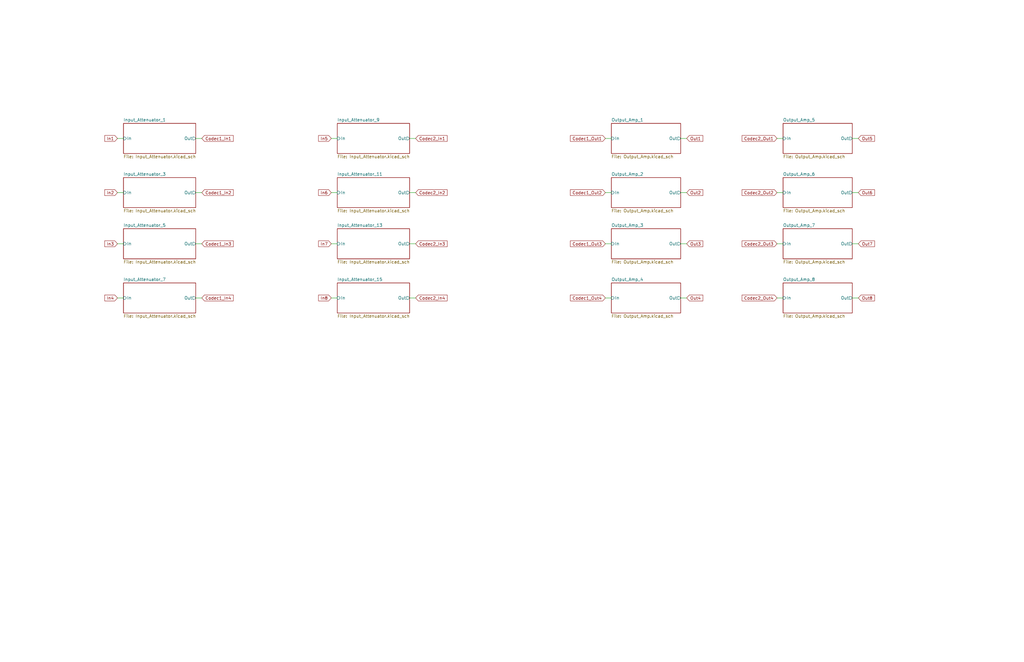
<source format=kicad_sch>
(kicad_sch
	(version 20231120)
	(generator "eeschema")
	(generator_version "8.0")
	(uuid "331c778c-80c9-4404-b1f3-29755442683d")
	(paper "USLedger")
	(title_block
		(company "Decapod Devices")
	)
	(lib_symbols)
	(wire
		(pts
			(xy 82.55 81.28) (xy 85.09 81.28)
		)
		(stroke
			(width 0)
			(type default)
		)
		(uuid "0bef46cb-f1ed-4d50-9750-eb877c4508d8")
	)
	(wire
		(pts
			(xy 82.55 102.87) (xy 85.09 102.87)
		)
		(stroke
			(width 0)
			(type default)
		)
		(uuid "208b53ed-577b-4c9f-99cd-c58b4207c39f")
	)
	(wire
		(pts
			(xy 359.41 125.73) (xy 361.95 125.73)
		)
		(stroke
			(width 0)
			(type default)
		)
		(uuid "23c4ef85-c548-427f-90e1-d97add1df32d")
	)
	(wire
		(pts
			(xy 82.55 125.73) (xy 85.09 125.73)
		)
		(stroke
			(width 0)
			(type default)
		)
		(uuid "2a364b3d-62ff-4f5f-919e-4c3f1d8db12f")
	)
	(wire
		(pts
			(xy 172.72 102.87) (xy 175.26 102.87)
		)
		(stroke
			(width 0)
			(type default)
		)
		(uuid "2af49c3e-3245-4661-9de7-620769c868e4")
	)
	(wire
		(pts
			(xy 255.27 58.42) (xy 257.81 58.42)
		)
		(stroke
			(width 0)
			(type default)
		)
		(uuid "2bb67bf9-1519-4716-a68e-8a22776dbd77")
	)
	(wire
		(pts
			(xy 139.7 81.28) (xy 142.24 81.28)
		)
		(stroke
			(width 0)
			(type default)
		)
		(uuid "2cb36dcc-e07b-4ba0-8ec5-7689df52635e")
	)
	(wire
		(pts
			(xy 327.66 58.42) (xy 330.2 58.42)
		)
		(stroke
			(width 0)
			(type default)
		)
		(uuid "488a2307-d754-4217-ba1e-b8e0a7be3127")
	)
	(wire
		(pts
			(xy 49.53 102.87) (xy 52.07 102.87)
		)
		(stroke
			(width 0)
			(type default)
		)
		(uuid "5b2988f3-2853-49a9-97e5-45300e940310")
	)
	(wire
		(pts
			(xy 139.7 58.42) (xy 142.24 58.42)
		)
		(stroke
			(width 0)
			(type default)
		)
		(uuid "5f617b42-ddb8-4b4e-922b-dbd08e5184ad")
	)
	(wire
		(pts
			(xy 359.41 102.87) (xy 361.95 102.87)
		)
		(stroke
			(width 0)
			(type default)
		)
		(uuid "6793c6c8-7fea-4e86-9105-8c0d78bc9d8e")
	)
	(wire
		(pts
			(xy 172.72 81.28) (xy 175.26 81.28)
		)
		(stroke
			(width 0)
			(type default)
		)
		(uuid "68e28b22-1f69-4c14-897e-7e6a32f6e6c2")
	)
	(wire
		(pts
			(xy 49.53 125.73) (xy 52.07 125.73)
		)
		(stroke
			(width 0)
			(type default)
		)
		(uuid "793de367-ba6d-42f9-9128-c30c0b6ab481")
	)
	(wire
		(pts
			(xy 359.41 58.42) (xy 361.95 58.42)
		)
		(stroke
			(width 0)
			(type default)
		)
		(uuid "7e0f0b45-092c-495f-b677-caf00fd795d1")
	)
	(wire
		(pts
			(xy 255.27 102.87) (xy 257.81 102.87)
		)
		(stroke
			(width 0)
			(type default)
		)
		(uuid "8d739946-1d18-4d3a-85b8-5f5ab6838ee7")
	)
	(wire
		(pts
			(xy 255.27 81.28) (xy 257.81 81.28)
		)
		(stroke
			(width 0)
			(type default)
		)
		(uuid "909f144f-417b-439b-979d-e1ec3f775c5d")
	)
	(wire
		(pts
			(xy 255.27 125.73) (xy 257.81 125.73)
		)
		(stroke
			(width 0)
			(type default)
		)
		(uuid "9f436f2e-0412-49a0-8386-caff5fe3e53e")
	)
	(wire
		(pts
			(xy 139.7 102.87) (xy 142.24 102.87)
		)
		(stroke
			(width 0)
			(type default)
		)
		(uuid "a11b51bd-a034-452f-b7ae-e4c924c41111")
	)
	(wire
		(pts
			(xy 327.66 102.87) (xy 330.2 102.87)
		)
		(stroke
			(width 0)
			(type default)
		)
		(uuid "a4541092-592e-45c8-87b2-a68c5d438f7e")
	)
	(wire
		(pts
			(xy 49.53 81.28) (xy 52.07 81.28)
		)
		(stroke
			(width 0)
			(type default)
		)
		(uuid "a671ebea-aa0a-40d9-93d5-b5338e2c8314")
	)
	(wire
		(pts
			(xy 287.02 81.28) (xy 289.56 81.28)
		)
		(stroke
			(width 0)
			(type default)
		)
		(uuid "b20cfe06-9a93-4592-9a03-745e222a29b4")
	)
	(wire
		(pts
			(xy 327.66 81.28) (xy 330.2 81.28)
		)
		(stroke
			(width 0)
			(type default)
		)
		(uuid "bf087d69-f28b-4176-a93f-f35598c39048")
	)
	(wire
		(pts
			(xy 287.02 125.73) (xy 289.56 125.73)
		)
		(stroke
			(width 0)
			(type default)
		)
		(uuid "c1667d3e-d5f1-4e31-81c0-88875e3d7b6b")
	)
	(wire
		(pts
			(xy 82.55 58.42) (xy 85.09 58.42)
		)
		(stroke
			(width 0)
			(type default)
		)
		(uuid "c2ccf1ab-2417-43b0-8b55-cb0d163bc116")
	)
	(wire
		(pts
			(xy 172.72 58.42) (xy 175.26 58.42)
		)
		(stroke
			(width 0)
			(type default)
		)
		(uuid "c2e1f6c8-d8e1-454e-a26b-adf023f3b86d")
	)
	(wire
		(pts
			(xy 172.72 125.73) (xy 175.26 125.73)
		)
		(stroke
			(width 0)
			(type default)
		)
		(uuid "c3e4c6e7-638e-4971-ab2f-92a687f09533")
	)
	(wire
		(pts
			(xy 327.66 125.73) (xy 330.2 125.73)
		)
		(stroke
			(width 0)
			(type default)
		)
		(uuid "cc31d84c-053b-49e8-8db9-6840b9e9d707")
	)
	(wire
		(pts
			(xy 287.02 102.87) (xy 289.56 102.87)
		)
		(stroke
			(width 0)
			(type default)
		)
		(uuid "d613d61e-26d2-4bca-a0fa-c96eb56e8264")
	)
	(wire
		(pts
			(xy 359.41 81.28) (xy 361.95 81.28)
		)
		(stroke
			(width 0)
			(type default)
		)
		(uuid "e3034511-c775-4f7c-bb51-597add9ec9d0")
	)
	(wire
		(pts
			(xy 287.02 58.42) (xy 289.56 58.42)
		)
		(stroke
			(width 0)
			(type default)
		)
		(uuid "ed14adc0-8689-4d81-8e95-9a8844613135")
	)
	(wire
		(pts
			(xy 49.53 58.42) (xy 52.07 58.42)
		)
		(stroke
			(width 0)
			(type default)
		)
		(uuid "ed94e03e-c46f-436a-8011-83c83ce9d548")
	)
	(wire
		(pts
			(xy 139.7 125.73) (xy 142.24 125.73)
		)
		(stroke
			(width 0)
			(type default)
		)
		(uuid "f40348a1-67fc-4337-8bf7-1633626c32cc")
	)
	(global_label "Codec2_In2"
		(shape input)
		(at 175.26 81.28 0)
		(fields_autoplaced yes)
		(effects
			(font
				(size 1.27 1.27)
			)
			(justify left)
		)
		(uuid "0a9b2ae6-a10a-4588-8688-5a664050688c")
		(property "Intersheetrefs" "${INTERSHEET_REFS}"
			(at 189.1308 81.28 0)
			(effects
				(font
					(size 1.27 1.27)
				)
				(justify left)
				(hide yes)
			)
		)
	)
	(global_label "Out1"
		(shape input)
		(at 289.56 58.42 0)
		(fields_autoplaced yes)
		(effects
			(font
				(size 1.27 1.27)
			)
			(justify left)
		)
		(uuid "0c4d77ed-d00b-409b-8021-56d455534d51")
		(property "Intersheetrefs" "${INTERSHEET_REFS}"
			(at 296.9599 58.42 0)
			(effects
				(font
					(size 1.27 1.27)
				)
				(justify left)
				(hide yes)
			)
		)
	)
	(global_label "Codec1_In3"
		(shape input)
		(at 85.09 102.87 0)
		(fields_autoplaced yes)
		(effects
			(font
				(size 1.27 1.27)
			)
			(justify left)
		)
		(uuid "2794201d-a64a-46da-a11e-f4d12d3a43a4")
		(property "Intersheetrefs" "${INTERSHEET_REFS}"
			(at 98.9608 102.87 0)
			(effects
				(font
					(size 1.27 1.27)
				)
				(justify left)
				(hide yes)
			)
		)
	)
	(global_label "Codec2_Out1"
		(shape input)
		(at 327.66 58.42 180)
		(fields_autoplaced yes)
		(effects
			(font
				(size 1.27 1.27)
			)
			(justify right)
		)
		(uuid "31907351-f880-4ec0-8416-b86b1c5e7c49")
		(property "Intersheetrefs" "${INTERSHEET_REFS}"
			(at 312.3378 58.42 0)
			(effects
				(font
					(size 1.27 1.27)
				)
				(justify right)
				(hide yes)
			)
		)
	)
	(global_label "Codec1_In1"
		(shape input)
		(at 85.09 58.42 0)
		(fields_autoplaced yes)
		(effects
			(font
				(size 1.27 1.27)
			)
			(justify left)
		)
		(uuid "383a6c57-7650-41d9-82ad-acd559667a70")
		(property "Intersheetrefs" "${INTERSHEET_REFS}"
			(at 98.9608 58.42 0)
			(effects
				(font
					(size 1.27 1.27)
				)
				(justify left)
				(hide yes)
			)
		)
	)
	(global_label "In6"
		(shape input)
		(at 139.7 81.28 180)
		(fields_autoplaced yes)
		(effects
			(font
				(size 1.27 1.27)
			)
			(justify right)
		)
		(uuid "42ca1514-3db4-4f9b-99c2-1a96cac48eaf")
		(property "Intersheetrefs" "${INTERSHEET_REFS}"
			(at 133.7515 81.28 0)
			(effects
				(font
					(size 1.27 1.27)
				)
				(justify right)
				(hide yes)
			)
		)
	)
	(global_label "Out8"
		(shape input)
		(at 361.95 125.73 0)
		(fields_autoplaced yes)
		(effects
			(font
				(size 1.27 1.27)
			)
			(justify left)
		)
		(uuid "69db65d2-a050-4ead-a105-f26822f846c2")
		(property "Intersheetrefs" "${INTERSHEET_REFS}"
			(at 369.3499 125.73 0)
			(effects
				(font
					(size 1.27 1.27)
				)
				(justify left)
				(hide yes)
			)
		)
	)
	(global_label "Out5"
		(shape input)
		(at 361.95 58.42 0)
		(fields_autoplaced yes)
		(effects
			(font
				(size 1.27 1.27)
			)
			(justify left)
		)
		(uuid "6b83f0b0-e87f-4e6a-b70e-81b5852dbca4")
		(property "Intersheetrefs" "${INTERSHEET_REFS}"
			(at 369.3499 58.42 0)
			(effects
				(font
					(size 1.27 1.27)
				)
				(justify left)
				(hide yes)
			)
		)
	)
	(global_label "Codec2_In3"
		(shape input)
		(at 175.26 102.87 0)
		(fields_autoplaced yes)
		(effects
			(font
				(size 1.27 1.27)
			)
			(justify left)
		)
		(uuid "6fe5a4cc-8f27-4a5d-abb7-93a2fe2cdf96")
		(property "Intersheetrefs" "${INTERSHEET_REFS}"
			(at 189.1308 102.87 0)
			(effects
				(font
					(size 1.27 1.27)
				)
				(justify left)
				(hide yes)
			)
		)
	)
	(global_label "In2"
		(shape input)
		(at 49.53 81.28 180)
		(fields_autoplaced yes)
		(effects
			(font
				(size 1.27 1.27)
			)
			(justify right)
		)
		(uuid "6fe790a3-cf72-40b2-9b10-3cd6229dace2")
		(property "Intersheetrefs" "${INTERSHEET_REFS}"
			(at 43.5815 81.28 0)
			(effects
				(font
					(size 1.27 1.27)
				)
				(justify right)
				(hide yes)
			)
		)
	)
	(global_label "Out7"
		(shape input)
		(at 361.95 102.87 0)
		(fields_autoplaced yes)
		(effects
			(font
				(size 1.27 1.27)
			)
			(justify left)
		)
		(uuid "742c1680-72e3-4ff9-a89e-3e2a0f7c285c")
		(property "Intersheetrefs" "${INTERSHEET_REFS}"
			(at 369.3499 102.87 0)
			(effects
				(font
					(size 1.27 1.27)
				)
				(justify left)
				(hide yes)
			)
		)
	)
	(global_label "In3"
		(shape input)
		(at 49.53 102.87 180)
		(fields_autoplaced yes)
		(effects
			(font
				(size 1.27 1.27)
			)
			(justify right)
		)
		(uuid "783e699d-fa6f-46d0-aea8-db6702a0856c")
		(property "Intersheetrefs" "${INTERSHEET_REFS}"
			(at 43.5815 102.87 0)
			(effects
				(font
					(size 1.27 1.27)
				)
				(justify right)
				(hide yes)
			)
		)
	)
	(global_label "In4"
		(shape input)
		(at 49.53 125.73 180)
		(fields_autoplaced yes)
		(effects
			(font
				(size 1.27 1.27)
			)
			(justify right)
		)
		(uuid "8160816e-f31e-4754-8fbc-dfb0e0b2783d")
		(property "Intersheetrefs" "${INTERSHEET_REFS}"
			(at 43.5815 125.73 0)
			(effects
				(font
					(size 1.27 1.27)
				)
				(justify right)
				(hide yes)
			)
		)
	)
	(global_label "In8"
		(shape input)
		(at 139.7 125.73 180)
		(fields_autoplaced yes)
		(effects
			(font
				(size 1.27 1.27)
			)
			(justify right)
		)
		(uuid "917da239-fa55-4a7f-a1aa-a0952a557fb3")
		(property "Intersheetrefs" "${INTERSHEET_REFS}"
			(at 133.7515 125.73 0)
			(effects
				(font
					(size 1.27 1.27)
				)
				(justify right)
				(hide yes)
			)
		)
	)
	(global_label "Out6"
		(shape input)
		(at 361.95 81.28 0)
		(fields_autoplaced yes)
		(effects
			(font
				(size 1.27 1.27)
			)
			(justify left)
		)
		(uuid "9246ccac-9287-46b5-8d34-b940295a1295")
		(property "Intersheetrefs" "${INTERSHEET_REFS}"
			(at 369.3499 81.28 0)
			(effects
				(font
					(size 1.27 1.27)
				)
				(justify left)
				(hide yes)
			)
		)
	)
	(global_label "Codec1_In4"
		(shape input)
		(at 85.09 125.73 0)
		(fields_autoplaced yes)
		(effects
			(font
				(size 1.27 1.27)
			)
			(justify left)
		)
		(uuid "9750aa90-37c4-41d9-9839-88333337ad59")
		(property "Intersheetrefs" "${INTERSHEET_REFS}"
			(at 98.9608 125.73 0)
			(effects
				(font
					(size 1.27 1.27)
				)
				(justify left)
				(hide yes)
			)
		)
	)
	(global_label "Codec2_Out2"
		(shape input)
		(at 327.66 81.28 180)
		(fields_autoplaced yes)
		(effects
			(font
				(size 1.27 1.27)
			)
			(justify right)
		)
		(uuid "978d59f3-1591-443a-a41e-6ce6dbbb79d0")
		(property "Intersheetrefs" "${INTERSHEET_REFS}"
			(at 312.3378 81.28 0)
			(effects
				(font
					(size 1.27 1.27)
				)
				(justify right)
				(hide yes)
			)
		)
	)
	(global_label "Codec2_Out3"
		(shape input)
		(at 327.66 102.87 180)
		(fields_autoplaced yes)
		(effects
			(font
				(size 1.27 1.27)
			)
			(justify right)
		)
		(uuid "a04f5ea9-b572-4240-a2a1-ed84481551fa")
		(property "Intersheetrefs" "${INTERSHEET_REFS}"
			(at 312.3378 102.87 0)
			(effects
				(font
					(size 1.27 1.27)
				)
				(justify right)
				(hide yes)
			)
		)
	)
	(global_label "Codec1_Out4"
		(shape input)
		(at 255.27 125.73 180)
		(fields_autoplaced yes)
		(effects
			(font
				(size 1.27 1.27)
			)
			(justify right)
		)
		(uuid "a99e00be-523c-4409-b25d-d2954c69bc4d")
		(property "Intersheetrefs" "${INTERSHEET_REFS}"
			(at 239.9478 125.73 0)
			(effects
				(font
					(size 1.27 1.27)
				)
				(justify right)
				(hide yes)
			)
		)
	)
	(global_label "Codec1_Out3"
		(shape input)
		(at 255.27 102.87 180)
		(fields_autoplaced yes)
		(effects
			(font
				(size 1.27 1.27)
			)
			(justify right)
		)
		(uuid "aa82b935-701e-4e50-9b5d-35288f241096")
		(property "Intersheetrefs" "${INTERSHEET_REFS}"
			(at 239.9478 102.87 0)
			(effects
				(font
					(size 1.27 1.27)
				)
				(justify right)
				(hide yes)
			)
		)
	)
	(global_label "In5"
		(shape input)
		(at 139.7 58.42 180)
		(fields_autoplaced yes)
		(effects
			(font
				(size 1.27 1.27)
			)
			(justify right)
		)
		(uuid "b4291071-778b-4716-b01b-baad32a5f4d1")
		(property "Intersheetrefs" "${INTERSHEET_REFS}"
			(at 133.7515 58.42 0)
			(effects
				(font
					(size 1.27 1.27)
				)
				(justify right)
				(hide yes)
			)
		)
	)
	(global_label "Codec2_Out4"
		(shape input)
		(at 327.66 125.73 180)
		(fields_autoplaced yes)
		(effects
			(font
				(size 1.27 1.27)
			)
			(justify right)
		)
		(uuid "b777b77f-0b8d-421d-9187-4ea3a38a3c65")
		(property "Intersheetrefs" "${INTERSHEET_REFS}"
			(at 312.3378 125.73 0)
			(effects
				(font
					(size 1.27 1.27)
				)
				(justify right)
				(hide yes)
			)
		)
	)
	(global_label "Out4"
		(shape input)
		(at 289.56 125.73 0)
		(fields_autoplaced yes)
		(effects
			(font
				(size 1.27 1.27)
			)
			(justify left)
		)
		(uuid "b86beb9c-bd71-4680-80aa-b5e1302850f6")
		(property "Intersheetrefs" "${INTERSHEET_REFS}"
			(at 296.9599 125.73 0)
			(effects
				(font
					(size 1.27 1.27)
				)
				(justify left)
				(hide yes)
			)
		)
	)
	(global_label "In1"
		(shape input)
		(at 49.53 58.42 180)
		(fields_autoplaced yes)
		(effects
			(font
				(size 1.27 1.27)
			)
			(justify right)
		)
		(uuid "bd8787ad-6854-4415-a608-4d9f9d397d38")
		(property "Intersheetrefs" "${INTERSHEET_REFS}"
			(at 43.5815 58.42 0)
			(effects
				(font
					(size 1.27 1.27)
				)
				(justify right)
				(hide yes)
			)
		)
	)
	(global_label "Codec1_Out1"
		(shape input)
		(at 255.27 58.42 180)
		(fields_autoplaced yes)
		(effects
			(font
				(size 1.27 1.27)
			)
			(justify right)
		)
		(uuid "c1eb4c77-517d-48a1-bec8-a1677e4b730f")
		(property "Intersheetrefs" "${INTERSHEET_REFS}"
			(at 239.9478 58.42 0)
			(effects
				(font
					(size 1.27 1.27)
				)
				(justify right)
				(hide yes)
			)
		)
	)
	(global_label "Out3"
		(shape input)
		(at 289.56 102.87 0)
		(fields_autoplaced yes)
		(effects
			(font
				(size 1.27 1.27)
			)
			(justify left)
		)
		(uuid "c5d9911c-27db-411f-9937-7614d083e9aa")
		(property "Intersheetrefs" "${INTERSHEET_REFS}"
			(at 296.9599 102.87 0)
			(effects
				(font
					(size 1.27 1.27)
				)
				(justify left)
				(hide yes)
			)
		)
	)
	(global_label "Codec1_Out2"
		(shape input)
		(at 255.27 81.28 180)
		(fields_autoplaced yes)
		(effects
			(font
				(size 1.27 1.27)
			)
			(justify right)
		)
		(uuid "c7f3b98f-3fdb-4176-95c1-69a00886fdd0")
		(property "Intersheetrefs" "${INTERSHEET_REFS}"
			(at 239.9478 81.28 0)
			(effects
				(font
					(size 1.27 1.27)
				)
				(justify right)
				(hide yes)
			)
		)
	)
	(global_label "Codec2_In4"
		(shape input)
		(at 175.26 125.73 0)
		(fields_autoplaced yes)
		(effects
			(font
				(size 1.27 1.27)
			)
			(justify left)
		)
		(uuid "cf2f97dd-6756-4241-b13d-1261dd4edad3")
		(property "Intersheetrefs" "${INTERSHEET_REFS}"
			(at 189.1308 125.73 0)
			(effects
				(font
					(size 1.27 1.27)
				)
				(justify left)
				(hide yes)
			)
		)
	)
	(global_label "In7"
		(shape input)
		(at 139.7 102.87 180)
		(fields_autoplaced yes)
		(effects
			(font
				(size 1.27 1.27)
			)
			(justify right)
		)
		(uuid "d21c7362-4004-4558-ac68-5cbb8ec0dc91")
		(property "Intersheetrefs" "${INTERSHEET_REFS}"
			(at 133.7515 102.87 0)
			(effects
				(font
					(size 1.27 1.27)
				)
				(justify right)
				(hide yes)
			)
		)
	)
	(global_label "Out2"
		(shape input)
		(at 289.56 81.28 0)
		(fields_autoplaced yes)
		(effects
			(font
				(size 1.27 1.27)
			)
			(justify left)
		)
		(uuid "d34ed23b-e20b-42cb-bca0-e4747b0825c9")
		(property "Intersheetrefs" "${INTERSHEET_REFS}"
			(at 296.9599 81.28 0)
			(effects
				(font
					(size 1.27 1.27)
				)
				(justify left)
				(hide yes)
			)
		)
	)
	(global_label "Codec2_In1"
		(shape input)
		(at 175.26 58.42 0)
		(fields_autoplaced yes)
		(effects
			(font
				(size 1.27 1.27)
			)
			(justify left)
		)
		(uuid "d458c98a-e53e-434a-9b72-87266f6231ff")
		(property "Intersheetrefs" "${INTERSHEET_REFS}"
			(at 189.1308 58.42 0)
			(effects
				(font
					(size 1.27 1.27)
				)
				(justify left)
				(hide yes)
			)
		)
	)
	(global_label "Codec1_In2"
		(shape input)
		(at 85.09 81.28 0)
		(fields_autoplaced yes)
		(effects
			(font
				(size 1.27 1.27)
			)
			(justify left)
		)
		(uuid "dd4c0c6b-7012-441a-ac0b-b2d5a2047902")
		(property "Intersheetrefs" "${INTERSHEET_REFS}"
			(at 98.9608 81.28 0)
			(effects
				(font
					(size 1.27 1.27)
				)
				(justify left)
				(hide yes)
			)
		)
	)
	(sheet
		(at 257.81 52.07)
		(size 29.21 12.7)
		(fields_autoplaced yes)
		(stroke
			(width 0.1524)
			(type solid)
		)
		(fill
			(color 0 0 0 0.0000)
		)
		(uuid "01291d64-23d6-4856-8639-c9c119f965a0")
		(property "Sheetname" "Output_Amp_1"
			(at 257.81 51.3584 0)
			(effects
				(font
					(size 1.27 1.27)
				)
				(justify left bottom)
			)
		)
		(property "Sheetfile" "Output_Amp.kicad_sch"
			(at 257.81 65.3546 0)
			(effects
				(font
					(size 1.27 1.27)
				)
				(justify left top)
			)
		)
		(pin "In" input
			(at 257.81 58.42 180)
			(effects
				(font
					(size 1.27 1.27)
				)
				(justify left)
			)
			(uuid "5632d12b-4e80-45a5-94fb-e021dedd87ed")
		)
		(pin "Out" output
			(at 287.02 58.42 0)
			(effects
				(font
					(size 1.27 1.27)
				)
				(justify right)
			)
			(uuid "70df338c-230f-4e26-bdb8-3b71b427fa90")
		)
		(instances
			(project "Loom_AK4619"
				(path "/3ac54b92-3728-49be-9412-cc6fd82c635a/3a3df789-fd30-40b0-ba03-bd98346ceecd"
					(page "19")
				)
			)
		)
	)
	(sheet
		(at 52.07 119.38)
		(size 30.48 12.7)
		(fields_autoplaced yes)
		(stroke
			(width 0.1524)
			(type solid)
		)
		(fill
			(color 0 0 0 0.0000)
		)
		(uuid "07e0173a-a5fb-433c-8de0-d1c7c5e3805d")
		(property "Sheetname" "Input_Attenuator_7"
			(at 52.07 118.6684 0)
			(effects
				(font
					(size 1.27 1.27)
				)
				(justify left bottom)
			)
		)
		(property "Sheetfile" "Input_Attenuator.kicad_sch"
			(at 52.07 132.6646 0)
			(effects
				(font
					(size 1.27 1.27)
				)
				(justify left top)
			)
		)
		(pin "In" input
			(at 52.07 125.73 180)
			(effects
				(font
					(size 1.27 1.27)
				)
				(justify left)
			)
			(uuid "ff3b2242-d790-4dd2-959c-262cda9d027e")
		)
		(pin "Out" output
			(at 82.55 125.73 0)
			(effects
				(font
					(size 1.27 1.27)
				)
				(justify right)
			)
			(uuid "47f57f4c-63ec-47ff-b6cc-f431d9cadef3")
		)
		(instances
			(project "Loom_AK4619"
				(path "/3ac54b92-3728-49be-9412-cc6fd82c635a/3a3df789-fd30-40b0-ba03-bd98346ceecd"
					(page "9")
				)
			)
		)
	)
	(sheet
		(at 142.24 74.93)
		(size 30.48 12.7)
		(fields_autoplaced yes)
		(stroke
			(width 0.1524)
			(type solid)
		)
		(fill
			(color 0 0 0 0.0000)
		)
		(uuid "275a6de3-fa3e-4d12-93f1-4f0e2886d9ac")
		(property "Sheetname" "Input_Attenuator_11"
			(at 142.24 74.2184 0)
			(effects
				(font
					(size 1.27 1.27)
				)
				(justify left bottom)
			)
		)
		(property "Sheetfile" "Input_Attenuator.kicad_sch"
			(at 142.24 88.2146 0)
			(effects
				(font
					(size 1.27 1.27)
				)
				(justify left top)
			)
		)
		(pin "In" input
			(at 142.24 81.28 180)
			(effects
				(font
					(size 1.27 1.27)
				)
				(justify left)
			)
			(uuid "8391141f-94ba-4dbb-8c67-e9d2d1828151")
		)
		(pin "Out" output
			(at 172.72 81.28 0)
			(effects
				(font
					(size 1.27 1.27)
				)
				(justify right)
			)
			(uuid "fce926e3-31fe-492f-845b-211d993f62b2")
		)
		(instances
			(project "Loom_AK4619"
				(path "/3ac54b92-3728-49be-9412-cc6fd82c635a/3a3df789-fd30-40b0-ba03-bd98346ceecd"
					(page "13")
				)
			)
		)
	)
	(sheet
		(at 52.07 96.52)
		(size 30.48 12.7)
		(fields_autoplaced yes)
		(stroke
			(width 0.1524)
			(type solid)
		)
		(fill
			(color 0 0 0 0.0000)
		)
		(uuid "30e96c31-384a-457f-9c91-1d7bf222586a")
		(property "Sheetname" "Input_Attenuator_5"
			(at 52.07 95.8084 0)
			(effects
				(font
					(size 1.27 1.27)
				)
				(justify left bottom)
			)
		)
		(property "Sheetfile" "Input_Attenuator.kicad_sch"
			(at 52.07 109.8046 0)
			(effects
				(font
					(size 1.27 1.27)
				)
				(justify left top)
			)
		)
		(pin "In" input
			(at 52.07 102.87 180)
			(effects
				(font
					(size 1.27 1.27)
				)
				(justify left)
			)
			(uuid "2624228d-7b64-4cc5-986d-e6d6455361fc")
		)
		(pin "Out" output
			(at 82.55 102.87 0)
			(effects
				(font
					(size 1.27 1.27)
				)
				(justify right)
			)
			(uuid "69cbe126-b9c3-4fd1-ab86-5d7ea70d3256")
		)
		(instances
			(project "Loom_AK4619"
				(path "/3ac54b92-3728-49be-9412-cc6fd82c635a/3a3df789-fd30-40b0-ba03-bd98346ceecd"
					(page "7")
				)
			)
		)
	)
	(sheet
		(at 142.24 96.52)
		(size 30.48 12.7)
		(fields_autoplaced yes)
		(stroke
			(width 0.1524)
			(type solid)
		)
		(fill
			(color 0 0 0 0.0000)
		)
		(uuid "31293dca-5e73-4baa-9176-aa587f10c922")
		(property "Sheetname" "Input_Attenuator_13"
			(at 142.24 95.8084 0)
			(effects
				(font
					(size 1.27 1.27)
				)
				(justify left bottom)
			)
		)
		(property "Sheetfile" "Input_Attenuator.kicad_sch"
			(at 142.24 109.8046 0)
			(effects
				(font
					(size 1.27 1.27)
				)
				(justify left top)
			)
		)
		(pin "In" input
			(at 142.24 102.87 180)
			(effects
				(font
					(size 1.27 1.27)
				)
				(justify left)
			)
			(uuid "185bc88c-6461-4997-9173-4e32d2ccdbf6")
		)
		(pin "Out" output
			(at 172.72 102.87 0)
			(effects
				(font
					(size 1.27 1.27)
				)
				(justify right)
			)
			(uuid "1bea47db-cfed-4498-b838-28ecb2130384")
		)
		(instances
			(project "Loom_AK4619"
				(path "/3ac54b92-3728-49be-9412-cc6fd82c635a/3a3df789-fd30-40b0-ba03-bd98346ceecd"
					(page "15")
				)
			)
		)
	)
	(sheet
		(at 330.2 119.38)
		(size 29.21 12.7)
		(fields_autoplaced yes)
		(stroke
			(width 0.1524)
			(type solid)
		)
		(fill
			(color 0 0 0 0.0000)
		)
		(uuid "603be0f7-f1ac-4eee-bc38-5681a6cd529e")
		(property "Sheetname" "Output_Amp_8"
			(at 330.2 118.6684 0)
			(effects
				(font
					(size 1.27 1.27)
				)
				(justify left bottom)
			)
		)
		(property "Sheetfile" "Output_Amp.kicad_sch"
			(at 330.2 132.6646 0)
			(effects
				(font
					(size 1.27 1.27)
				)
				(justify left top)
			)
		)
		(pin "In" input
			(at 330.2 125.73 180)
			(effects
				(font
					(size 1.27 1.27)
				)
				(justify left)
			)
			(uuid "db9f06a8-2941-4a82-bcb5-03a580aad14a")
		)
		(pin "Out" output
			(at 359.41 125.73 0)
			(effects
				(font
					(size 1.27 1.27)
				)
				(justify right)
			)
			(uuid "872451af-d96a-47bd-a861-d245bb1b1a8f")
		)
		(instances
			(project "Loom_AK4619"
				(path "/3ac54b92-3728-49be-9412-cc6fd82c635a/3a3df789-fd30-40b0-ba03-bd98346ceecd"
					(page "26")
				)
			)
		)
	)
	(sheet
		(at 142.24 119.38)
		(size 30.48 12.7)
		(fields_autoplaced yes)
		(stroke
			(width 0.1524)
			(type solid)
		)
		(fill
			(color 0 0 0 0.0000)
		)
		(uuid "714f8969-c269-4634-9475-9861026889d2")
		(property "Sheetname" "Input_Attenuator_15"
			(at 142.24 118.6684 0)
			(effects
				(font
					(size 1.27 1.27)
				)
				(justify left bottom)
			)
		)
		(property "Sheetfile" "Input_Attenuator.kicad_sch"
			(at 142.24 132.6646 0)
			(effects
				(font
					(size 1.27 1.27)
				)
				(justify left top)
			)
		)
		(pin "In" input
			(at 142.24 125.73 180)
			(effects
				(font
					(size 1.27 1.27)
				)
				(justify left)
			)
			(uuid "2c8fa1fe-32fd-4181-96b1-463a3b6ef2f9")
		)
		(pin "Out" output
			(at 172.72 125.73 0)
			(effects
				(font
					(size 1.27 1.27)
				)
				(justify right)
			)
			(uuid "de1b1b09-8882-4027-a492-a491cdbf29aa")
		)
		(instances
			(project "Loom_AK4619"
				(path "/3ac54b92-3728-49be-9412-cc6fd82c635a/3a3df789-fd30-40b0-ba03-bd98346ceecd"
					(page "17")
				)
			)
		)
	)
	(sheet
		(at 330.2 74.93)
		(size 29.21 12.7)
		(fields_autoplaced yes)
		(stroke
			(width 0.1524)
			(type solid)
		)
		(fill
			(color 0 0 0 0.0000)
		)
		(uuid "75adf87e-21eb-4176-b65c-10ac7b837417")
		(property "Sheetname" "Output_Amp_6"
			(at 330.2 74.2184 0)
			(effects
				(font
					(size 1.27 1.27)
				)
				(justify left bottom)
			)
		)
		(property "Sheetfile" "Output_Amp.kicad_sch"
			(at 330.2 88.2146 0)
			(effects
				(font
					(size 1.27 1.27)
				)
				(justify left top)
			)
		)
		(pin "In" input
			(at 330.2 81.28 180)
			(effects
				(font
					(size 1.27 1.27)
				)
				(justify left)
			)
			(uuid "27fcf851-df6e-4354-9ed2-03ebc08c0979")
		)
		(pin "Out" output
			(at 359.41 81.28 0)
			(effects
				(font
					(size 1.27 1.27)
				)
				(justify right)
			)
			(uuid "271d9df7-b73b-4482-b4c0-43c9430f8e26")
		)
		(instances
			(project "Loom_AK4619"
				(path "/3ac54b92-3728-49be-9412-cc6fd82c635a/3a3df789-fd30-40b0-ba03-bd98346ceecd"
					(page "24")
				)
			)
		)
	)
	(sheet
		(at 257.81 96.52)
		(size 29.21 12.7)
		(fields_autoplaced yes)
		(stroke
			(width 0.1524)
			(type solid)
		)
		(fill
			(color 0 0 0 0.0000)
		)
		(uuid "7b75cb6d-a779-4360-bde0-67591a84517a")
		(property "Sheetname" "Output_Amp_3"
			(at 257.81 95.8084 0)
			(effects
				(font
					(size 1.27 1.27)
				)
				(justify left bottom)
			)
		)
		(property "Sheetfile" "Output_Amp.kicad_sch"
			(at 257.81 109.8046 0)
			(effects
				(font
					(size 1.27 1.27)
				)
				(justify left top)
			)
		)
		(pin "In" input
			(at 257.81 102.87 180)
			(effects
				(font
					(size 1.27 1.27)
				)
				(justify left)
			)
			(uuid "1ea781e9-fd09-48b4-876b-08bc0b34930a")
		)
		(pin "Out" output
			(at 287.02 102.87 0)
			(effects
				(font
					(size 1.27 1.27)
				)
				(justify right)
			)
			(uuid "18855910-7a93-4720-a673-d312bec412bc")
		)
		(instances
			(project "Loom_AK4619"
				(path "/3ac54b92-3728-49be-9412-cc6fd82c635a/3a3df789-fd30-40b0-ba03-bd98346ceecd"
					(page "21")
				)
			)
		)
	)
	(sheet
		(at 257.81 74.93)
		(size 29.21 12.7)
		(fields_autoplaced yes)
		(stroke
			(width 0.1524)
			(type solid)
		)
		(fill
			(color 0 0 0 0.0000)
		)
		(uuid "8d3ccede-293c-48f0-89e8-8b56a5e3c45a")
		(property "Sheetname" "Output_Amp_2"
			(at 257.81 74.2184 0)
			(effects
				(font
					(size 1.27 1.27)
				)
				(justify left bottom)
			)
		)
		(property "Sheetfile" "Output_Amp.kicad_sch"
			(at 257.81 88.2146 0)
			(effects
				(font
					(size 1.27 1.27)
				)
				(justify left top)
			)
		)
		(pin "In" input
			(at 257.81 81.28 180)
			(effects
				(font
					(size 1.27 1.27)
				)
				(justify left)
			)
			(uuid "13cc54c7-3295-425d-9e9c-25770cb00d30")
		)
		(pin "Out" output
			(at 287.02 81.28 0)
			(effects
				(font
					(size 1.27 1.27)
				)
				(justify right)
			)
			(uuid "3e16757d-ae40-49ee-8a71-b0ecb9fcda5d")
		)
		(instances
			(project "Loom_AK4619"
				(path "/3ac54b92-3728-49be-9412-cc6fd82c635a/3a3df789-fd30-40b0-ba03-bd98346ceecd"
					(page "20")
				)
			)
		)
	)
	(sheet
		(at 52.07 74.93)
		(size 30.48 12.7)
		(fields_autoplaced yes)
		(stroke
			(width 0.1524)
			(type solid)
		)
		(fill
			(color 0 0 0 0.0000)
		)
		(uuid "9994fe48-9646-465e-a58a-318529bd507a")
		(property "Sheetname" "Input_Attenuator_3"
			(at 52.07 74.2184 0)
			(effects
				(font
					(size 1.27 1.27)
				)
				(justify left bottom)
			)
		)
		(property "Sheetfile" "Input_Attenuator.kicad_sch"
			(at 52.07 88.2146 0)
			(effects
				(font
					(size 1.27 1.27)
				)
				(justify left top)
			)
		)
		(pin "In" input
			(at 52.07 81.28 180)
			(effects
				(font
					(size 1.27 1.27)
				)
				(justify left)
			)
			(uuid "7ba8ee3e-e14d-4a7a-b9e6-bc574f2ed973")
		)
		(pin "Out" output
			(at 82.55 81.28 0)
			(effects
				(font
					(size 1.27 1.27)
				)
				(justify right)
			)
			(uuid "5f6c6bd4-21b0-400f-92ab-c6e39c09eff2")
		)
		(instances
			(project "Loom_AK4619"
				(path "/3ac54b92-3728-49be-9412-cc6fd82c635a/3a3df789-fd30-40b0-ba03-bd98346ceecd"
					(page "5")
				)
			)
		)
	)
	(sheet
		(at 330.2 96.52)
		(size 29.21 12.7)
		(fields_autoplaced yes)
		(stroke
			(width 0.1524)
			(type solid)
		)
		(fill
			(color 0 0 0 0.0000)
		)
		(uuid "a1834ac3-3d1e-41ad-b108-1b1275d3bb5f")
		(property "Sheetname" "Output_Amp_7"
			(at 330.2 95.8084 0)
			(effects
				(font
					(size 1.27 1.27)
				)
				(justify left bottom)
			)
		)
		(property "Sheetfile" "Output_Amp.kicad_sch"
			(at 330.2 109.8046 0)
			(effects
				(font
					(size 1.27 1.27)
				)
				(justify left top)
			)
		)
		(pin "In" input
			(at 330.2 102.87 180)
			(effects
				(font
					(size 1.27 1.27)
				)
				(justify left)
			)
			(uuid "9608c0db-6e3a-403f-80af-951bfd1637e6")
		)
		(pin "Out" output
			(at 359.41 102.87 0)
			(effects
				(font
					(size 1.27 1.27)
				)
				(justify right)
			)
			(uuid "501c6f4f-042e-4ed1-b94f-14a01184e5b9")
		)
		(instances
			(project "Loom_AK4619"
				(path "/3ac54b92-3728-49be-9412-cc6fd82c635a/3a3df789-fd30-40b0-ba03-bd98346ceecd"
					(page "25")
				)
			)
		)
	)
	(sheet
		(at 330.2 52.07)
		(size 29.21 12.7)
		(fields_autoplaced yes)
		(stroke
			(width 0.1524)
			(type solid)
		)
		(fill
			(color 0 0 0 0.0000)
		)
		(uuid "c0ed7c63-f6c9-44a2-b85c-77807d3aebea")
		(property "Sheetname" "Output_Amp_5"
			(at 330.2 51.3584 0)
			(effects
				(font
					(size 1.27 1.27)
				)
				(justify left bottom)
			)
		)
		(property "Sheetfile" "Output_Amp.kicad_sch"
			(at 330.2 65.3546 0)
			(effects
				(font
					(size 1.27 1.27)
				)
				(justify left top)
			)
		)
		(pin "In" input
			(at 330.2 58.42 180)
			(effects
				(font
					(size 1.27 1.27)
				)
				(justify left)
			)
			(uuid "3c78730e-cc12-4df6-96da-e5eddcc5591f")
		)
		(pin "Out" output
			(at 359.41 58.42 0)
			(effects
				(font
					(size 1.27 1.27)
				)
				(justify right)
			)
			(uuid "585d8f09-80fd-4f25-8563-f515b0328c87")
		)
		(instances
			(project "Loom_AK4619"
				(path "/3ac54b92-3728-49be-9412-cc6fd82c635a/3a3df789-fd30-40b0-ba03-bd98346ceecd"
					(page "23")
				)
			)
		)
	)
	(sheet
		(at 52.07 52.07)
		(size 30.48 12.7)
		(fields_autoplaced yes)
		(stroke
			(width 0.1524)
			(type solid)
		)
		(fill
			(color 0 0 0 0.0000)
		)
		(uuid "f78616cc-28e9-448f-b371-031c4e704b59")
		(property "Sheetname" "Input_Attenuator_1"
			(at 52.07 51.3584 0)
			(effects
				(font
					(size 1.27 1.27)
				)
				(justify left bottom)
			)
		)
		(property "Sheetfile" "Input_Attenuator.kicad_sch"
			(at 52.07 65.3546 0)
			(effects
				(font
					(size 1.27 1.27)
				)
				(justify left top)
			)
		)
		(pin "In" input
			(at 52.07 58.42 180)
			(effects
				(font
					(size 1.27 1.27)
				)
				(justify left)
			)
			(uuid "3db3b459-aea6-419e-b218-5cbe9c7d7128")
		)
		(pin "Out" output
			(at 82.55 58.42 0)
			(effects
				(font
					(size 1.27 1.27)
				)
				(justify right)
			)
			(uuid "68eec20c-4fed-4134-996d-228e2fad2844")
		)
		(instances
			(project "Loom_AK4619"
				(path "/3ac54b92-3728-49be-9412-cc6fd82c635a/3a3df789-fd30-40b0-ba03-bd98346ceecd"
					(page "3")
				)
			)
		)
	)
	(sheet
		(at 257.81 119.38)
		(size 29.21 12.7)
		(fields_autoplaced yes)
		(stroke
			(width 0.1524)
			(type solid)
		)
		(fill
			(color 0 0 0 0.0000)
		)
		(uuid "f886b8e9-5d16-40a1-a16f-f036aa39aca4")
		(property "Sheetname" "Output_Amp_4"
			(at 257.81 118.6684 0)
			(effects
				(font
					(size 1.27 1.27)
				)
				(justify left bottom)
			)
		)
		(property "Sheetfile" "Output_Amp.kicad_sch"
			(at 257.81 132.6646 0)
			(effects
				(font
					(size 1.27 1.27)
				)
				(justify left top)
			)
		)
		(pin "In" input
			(at 257.81 125.73 180)
			(effects
				(font
					(size 1.27 1.27)
				)
				(justify left)
			)
			(uuid "4b4a8df8-1d3d-41f9-a66b-19ee4c05cd4f")
		)
		(pin "Out" output
			(at 287.02 125.73 0)
			(effects
				(font
					(size 1.27 1.27)
				)
				(justify right)
			)
			(uuid "60db1cd8-56c6-4fec-ae66-2c0205bb9c17")
		)
		(instances
			(project "Loom_AK4619"
				(path "/3ac54b92-3728-49be-9412-cc6fd82c635a/3a3df789-fd30-40b0-ba03-bd98346ceecd"
					(page "22")
				)
			)
		)
	)
	(sheet
		(at 142.24 52.07)
		(size 30.48 12.7)
		(fields_autoplaced yes)
		(stroke
			(width 0.1524)
			(type solid)
		)
		(fill
			(color 0 0 0 0.0000)
		)
		(uuid "f9ecf2da-7d6c-44be-9e69-6fe84bf0a529")
		(property "Sheetname" "Input_Attenuator_9"
			(at 142.24 51.3584 0)
			(effects
				(font
					(size 1.27 1.27)
				)
				(justify left bottom)
			)
		)
		(property "Sheetfile" "Input_Attenuator.kicad_sch"
			(at 142.24 65.3546 0)
			(effects
				(font
					(size 1.27 1.27)
				)
				(justify left top)
			)
		)
		(pin "In" input
			(at 142.24 58.42 180)
			(effects
				(font
					(size 1.27 1.27)
				)
				(justify left)
			)
			(uuid "a2cffa5f-0749-43ba-a6fa-a6d5849cd6c3")
		)
		(pin "Out" output
			(at 172.72 58.42 0)
			(effects
				(font
					(size 1.27 1.27)
				)
				(justify right)
			)
			(uuid "600dee09-b1b8-443b-bea4-2c54ed8bdd94")
		)
		(instances
			(project "Loom_AK4619"
				(path "/3ac54b92-3728-49be-9412-cc6fd82c635a/3a3df789-fd30-40b0-ba03-bd98346ceecd"
					(page "11")
				)
			)
		)
	)
)

</source>
